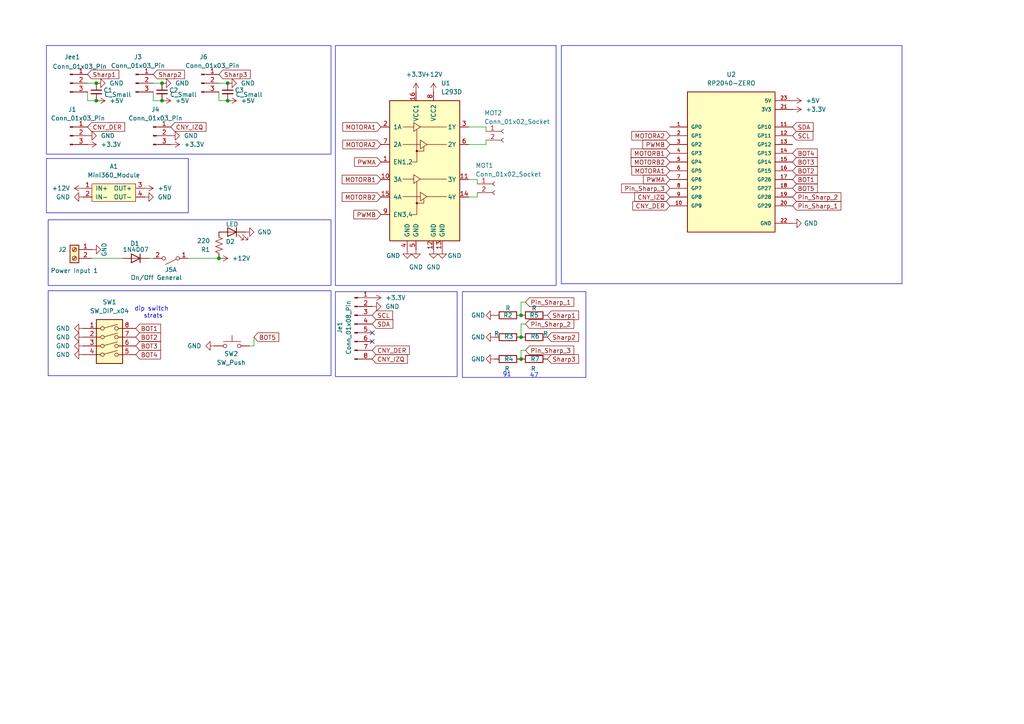
<source format=kicad_sch>
(kicad_sch (version 20250114) (generator "eeschema") (generator_version "9.0")
  (paper "A4")
  (lib_symbols
    (symbol "Charleslabs_Parts:Mini360_Module" (pin_names (offset 1.016))
      (property "Reference" "A" (at -6.35 3.81 0))
      (property "Value" "Mini360_Module" (at 5.08 3.81 0))
      (symbol "Mini360_Module_0_1"
        (rectangle (start -6.35 2.54) (end 6.35 -2.54) (fill (type background)))
      )
      (symbol "Mini360_Module_1_1"
        (pin power_in line (at -8.89 1.27 0) (length 2.54) (name "IN+") (number "1"))
        (pin power_in line (at -8.89 -1.27 0) (length 2.54) (name "IN-") (number "2"))
        (pin power_out line (at 8.89 1.27 180) (length 2.54) (name "OUT+") (number "3"))
        (pin power_in line (at 8.89 -1.27 180) (length 2.54) (name "OUT-") (number "4"))
      )
    )
    (symbol "Connector:Conn_01x02_Socket" (pin_names (offset 1.016) (hide yes))
      (property "Reference" "J" (at 0 2.54 0))
      (property "Value" "Conn_01x02_Socket" (at 0 -5.08 0))
      (symbol "Conn_01x02_Socket_1_1"
        (polyline (pts (xy -1.27 0) (xy -0.508 0)) (stroke (width 0.1524)))
        (polyline (pts (xy -1.27 -2.54) (xy -0.508 -2.54)) (stroke (width 0.1524)))
        (arc (start 0 -0.508) (mid -0.5058 0) (end 0 0.508) (stroke (width 0.1524)))
        (arc (start 0 -3.048) (mid -0.5058 -2.54) (end 0 -2.032) (stroke (width 0.1524)))
        (pin passive line (at -5.08 0 0) (length 3.81) (name "Pin_1") (number "1"))
        (pin passive line (at -5.08 -2.54 0) (length 3.81) (name "Pin_2") (number "2"))
      )
    )
    (symbol "Connector:Conn_01x03_Pin" (pin_names (offset 1.016) (hide yes))
      (property "Reference" "J" (at 0 5.08 0))
      (property "Value" "Conn_01x03_Pin" (at 0 -5.08 0))
      (symbol "Conn_01x03_Pin_1_1"
        (rectangle (start 0.8636 2.667) (end 0 2.413) (stroke (width 0.1524)) (fill (type outline)))
        (rectangle (start 0.8636 0.127) (end 0 -0.127) (stroke (width 0.1524)) (fill (type outline)))
        (rectangle (start 0.8636 -2.413) (end 0 -2.667) (stroke (width 0.1524)) (fill (type outline)))
        (polyline (pts (xy 1.27 2.54) (xy 0.8636 2.54)) (stroke (width 0.1524)))
        (polyline (pts (xy 1.27 0) (xy 0.8636 0)) (stroke (width 0.1524)))
        (polyline (pts (xy 1.27 -2.54) (xy 0.8636 -2.54)) (stroke (width 0.1524)))
        (pin passive line (at 5.08 2.54 180) (length 3.81) (name "Pin_1") (number "1"))
        (pin passive line (at 5.08 0 180) (length 3.81) (name "Pin_2") (number "2"))
        (pin passive line (at 5.08 -2.54 180) (length 3.81) (name "Pin_3") (number "3"))
      )
    )
    (symbol "Connector:Conn_01x08_Pin" (pin_names (offset 1.016) (hide yes))
      (property "Reference" "J" (at 0 10.16 0))
      (property "Value" "Conn_01x08_Pin" (at 0 -12.7 0))
      (symbol "Conn_01x08_Pin_1_1"
        (rectangle (start 0.8636 7.747) (end 0 7.493) (stroke (width 0.1524)) (fill (type outline)))
        (rectangle (start 0.8636 5.207) (end 0 4.953) (stroke (width 0.1524)) (fill (type outline)))
        (rectangle (start 0.8636 2.667) (end 0 2.413) (stroke (width 0.1524)) (fill (type outline)))
        (rectangle (start 0.8636 0.127) (end 0 -0.127) (stroke (width 0.1524)) (fill (type outline)))
        (rectangle (start 0.8636 -2.413) (end 0 -2.667) (stroke (width 0.1524)) (fill (type outline)))
        (rectangle (start 0.8636 -4.953) (end 0 -5.207) (stroke (width 0.1524)) (fill (type outline)))
        (rectangle (start 0.8636 -7.493) (end 0 -7.747) (stroke (width 0.1524)) (fill (type outline)))
        (rectangle (start 0.8636 -10.033) (end 0 -10.287) (stroke (width 0.1524)) (fill (type outline)))
        (polyline (pts (xy 1.27 7.62) (xy 0.8636 7.62)) (stroke (width 0.1524)))
        (polyline (pts (xy 1.27 5.08) (xy 0.8636 5.08)) (stroke (width 0.1524)))
        (polyline (pts (xy 1.27 2.54) (xy 0.8636 2.54)) (stroke (width 0.1524)))
        (polyline (pts (xy 1.27 0) (xy 0.8636 0)) (stroke (width 0.1524)))
        (polyline (pts (xy 1.27 -2.54) (xy 0.8636 -2.54)) (stroke (width 0.1524)))
        (polyline (pts (xy 1.27 -5.08) (xy 0.8636 -5.08)) (stroke (width 0.1524)))
        (polyline (pts (xy 1.27 -7.62) (xy 0.8636 -7.62)) (stroke (width 0.1524)))
        (polyline (pts (xy 1.27 -10.16) (xy 0.8636 -10.16)) (stroke (width 0.1524)))
        (pin passive line (at 5.08 7.62 180) (length 3.81) (name "Pin_1") (number "1"))
        (pin passive line (at 5.08 5.08 180) (length 3.81) (name "Pin_2") (number "2"))
        (pin passive line (at 5.08 2.54 180) (length 3.81) (name "Pin_3") (number "3"))
        (pin passive line (at 5.08 0 180) (length 3.81) (name "Pin_4") (number "4"))
        (pin passive line (at 5.08 -2.54 180) (length 3.81) (name "Pin_5") (number "5"))
        (pin passive line (at 5.08 -5.08 180) (length 3.81) (name "Pin_6") (number "6"))
        (pin passive line (at 5.08 -7.62 180) (length 3.81) (name "Pin_7") (number "7"))
        (pin passive line (at 5.08 -10.16 180) (length 3.81) (name "Pin_8") (number "8"))
      )
    )
    (symbol "Connector:Screw_Terminal_01x02" (pin_names (offset 1.016) (hide yes))
      (property "Reference" "J" (at 0 2.54 0))
      (property "Value" "Screw_Terminal_01x02" (at 0 -5.08 0))
      (symbol "Screw_Terminal_01x02_1_1"
        (rectangle (start -1.27 1.27) (end 1.27 -3.81) (stroke (width 0.254)) (fill (type background)))
        (polyline (pts (xy -0.5334 0.3302) (xy 0.3302 -0.508)) (stroke (width 0.1524)))
        (polyline (pts (xy -0.5334 -2.2098) (xy 0.3302 -3.048)) (stroke (width 0.1524)))
        (polyline (pts (xy -0.3556 0.508) (xy 0.508 -0.3302)) (stroke (width 0.1524)))
        (polyline (pts (xy -0.3556 -2.032) (xy 0.508 -2.8702)) (stroke (width 0.1524)))
        (circle (center 0 0) (radius 0.635) (stroke (width 0.1524)))
        (circle (center 0 -2.54) (radius 0.635) (stroke (width 0.1524)))
        (pin passive line (at -5.08 0 0) (length 3.81) (name "Pin_1") (number "1"))
        (pin passive line (at -5.08 -2.54 0) (length 3.81) (name "Pin_2") (number "2"))
      )
    )
    (symbol "Device:C_Small" (pin_numbers (hide yes)) (pin_names (offset 0.254) (hide yes))
      (property "Reference" "C" (at 0.254 1.778 0))
      (property "Value" "C_Small" (at 0.254 -2.032 0))
      (symbol "C_Small_0_1"
        (polyline (pts (xy -1.524 0.508) (xy 1.524 0.508)) (stroke (width 0.3048)))
        (polyline (pts (xy -1.524 -0.508) (xy 1.524 -0.508)) (stroke (width 0.3302)))
      )
      (symbol "C_Small_1_1"
        (pin passive line (at 0 2.54 270) (length 2.032) (name "~") (number "1"))
        (pin passive line (at 0 -2.54 90) (length 2.032) (name "~") (number "2"))
      )
    )
    (symbol "Device:LED" (pin_numbers (hide yes)) (pin_names (offset 1.016) (hide yes))
      (property "Reference" "D" (at 0 2.54 0))
      (property "Value" "LED" (at 0 -2.54 0))
      (symbol "LED_0_1"
        (polyline (pts (xy -3.048 -0.762) (xy -4.572 -2.286) (xy -3.81 -2.286) (xy -4.572 -2.286) (xy -4.572 -1.524)))
        (polyline (pts (xy -1.778 -0.762) (xy -3.302 -2.286) (xy -2.54 -2.286) (xy -3.302 -2.286) (xy -3.302 -1.524)))
        (polyline (pts (xy -1.27 0) (xy 1.27 0)))
        (polyline (pts (xy -1.27 -1.27) (xy -1.27 1.27)) (stroke (width 0.254)))
        (polyline (pts (xy 1.27 -1.27) (xy 1.27 1.27) (xy -1.27 0) (xy 1.27 -1.27)) (stroke (width 0.254)))
      )
      (symbol "LED_1_1"
        (pin passive line (at -3.81 0 0) (length 2.54) (name "K") (number "1"))
        (pin passive line (at 3.81 0 180) (length 2.54) (name "A") (number "2"))
      )
    )
    (symbol "Device:R" (pin_numbers (hide yes)) (pin_names (offset 0))
      (property "Reference" "R" (at 2.032 0 90))
      (property "Value" "R" (at 0 0 90))
      (symbol "R_0_1"
        (rectangle (start -1.016 -2.54) (end 1.016 2.54) (stroke (width 0.254)))
      )
      (symbol "R_1_1"
        (pin passive line (at 0 3.81 270) (length 1.27) (name "~") (number "1"))
        (pin passive line (at 0 -3.81 90) (length 1.27) (name "~") (number "2"))
      )
    )
    (symbol "Device:R_US" (pin_numbers (hide yes)) (pin_names (offset 0))
      (property "Reference" "R" (at 2.54 0 90))
      (property "Value" "R_US" (at -2.54 0 90))
      (symbol "R_US_0_1"
        (polyline (pts (xy 0 2.286) (xy 0 2.54)))
        (polyline (pts (xy 0 2.286) (xy 1.016 1.905) (xy 0 1.524) (xy -1.016 1.143) (xy 0 0.762)))
        (polyline (pts (xy 0 0.762) (xy 1.016 0.381) (xy 0 0) (xy -1.016 -0.381) (xy 0 -0.762)))
        (polyline (pts (xy 0 -0.762) (xy 1.016 -1.143) (xy 0 -1.524) (xy -1.016 -1.905) (xy 0 -2.286)))
        (polyline (pts (xy 0 -2.286) (xy 0 -2.54)))
      )
      (symbol "R_US_1_1"
        (pin passive line (at 0 3.81 270) (length 1.27) (name "~") (number "1"))
        (pin passive line (at 0 -3.81 90) (length 1.27) (name "~") (number "2"))
      )
    )
    (symbol "Diode:1N4007" (pin_numbers (hide yes)) (pin_names (hide yes))
      (property "Reference" "D" (at 0 2.54 0))
      (property "Value" "1N4007" (at 0 -2.54 0))
      (symbol "1N4007_0_1"
        (polyline (pts (xy -1.27 1.27) (xy -1.27 -1.27)) (stroke (width 0.254)))
        (polyline (pts (xy 1.27 1.27) (xy 1.27 -1.27) (xy -1.27 0) (xy 1.27 1.27)) (stroke (width 0.254)))
        (polyline (pts (xy 1.27 0) (xy -1.27 0)))
      )
      (symbol "1N4007_1_1"
        (pin passive line (at -3.81 0 0) (length 2.54) (name "K") (number "1"))
        (pin passive line (at 3.81 0 180) (length 2.54) (name "A") (number "2"))
      )
    )
    (symbol "Driver_Motor:L293D" (pin_names (offset 1.016))
      (property "Reference" "U" (at -5.08 26.035 0))
      (property "Value" "L293D" (at -5.08 24.13 0))
      (symbol "L293D_0_1"
        (rectangle (start -10.16 22.86) (end 10.16 -17.78) (stroke (width 0.254)) (fill (type background)))
        (polyline (pts (xy -6.35 15.24) (xy -3.175 15.24)))
        (polyline (pts (xy -6.35 10.16) (xy -1.27 10.16)))
        (polyline (pts (xy -6.35 0.127) (xy -3.175 0.127)))
        (polyline (pts (xy -6.35 -4.953) (xy -1.27 -4.953)))
        (polyline (pts (xy -3.175 16.51) (xy -3.175 13.97) (xy -1.27 15.24) (xy -3.175 16.51)))
        (polyline (pts (xy -3.175 1.397) (xy -3.175 -1.143) (xy -1.27 0.127) (xy -3.175 1.397)))
        (polyline (pts (xy -2.286 14.478) (xy -2.286 5.08) (xy -3.556 5.08)))
        (circle (center -2.286 8.255) (radius 0.254) (fill (type outline)))
        (polyline (pts (xy -2.286 8.255) (xy -0.254 8.255) (xy -0.254 9.525)))
        (polyline (pts (xy -2.286 -0.635) (xy -2.286 -10.16) (xy -3.556 -10.16)))
        (circle (center -2.286 -6.858) (radius 0.254) (fill (type outline)))
        (polyline (pts (xy -2.286 -6.858) (xy -0.254 -6.858) (xy -0.254 -5.588)))
        (polyline (pts (xy -1.27 15.24) (xy 6.35 15.24)))
        (polyline (pts (xy -1.27 11.43) (xy -1.27 8.89) (xy 0.635 10.16) (xy -1.27 11.43)))
        (polyline (pts (xy -1.27 0.127) (xy 6.35 0.127)))
        (polyline (pts (xy -1.27 -3.683) (xy -1.27 -6.223) (xy 0.635 -4.953) (xy -1.27 -3.683)))
        (polyline (pts (xy 0.635 10.16) (xy 6.35 10.16)))
        (polyline (pts (xy 0.635 -4.953) (xy 6.35 -4.953)))
      )
      (symbol "L293D_1_1"
        (pin input line (at -12.7 15.24 0) (length 2.54) (name "1A") (number "2"))
        (pin input line (at -12.7 10.16 0) (length 2.54) (name "2A") (number "7"))
        (pin input line (at -12.7 5.08 0) (length 2.54) (name "EN1,2") (number "1"))
        (pin input line (at -12.7 0 0) (length 2.54) (name "3A") (number "10"))
        (pin input line (at -12.7 -5.08 0) (length 2.54) (name "4A") (number "15"))
        (pin input line (at -12.7 -10.16 0) (length 2.54) (name "EN3,4") (number "9"))
        (pin power_in line (at -5.08 -20.32 90) (length 2.54) (name "GND") (number "4"))
        (pin power_in line (at -2.54 25.4 270) (length 2.54) (name "VCC1") (number "16"))
        (pin power_in line (at -2.54 -20.32 90) (length 2.54) (name "GND") (number "5"))
        (pin power_in line (at 2.54 25.4 270) (length 2.54) (name "VCC2") (number "8"))
        (pin power_in line (at 2.54 -20.32 90) (length 2.54) (name "GND") (number "12"))
        (pin power_in line (at 5.08 -20.32 90) (length 2.54) (name "GND") (number "13"))
        (pin output line (at 12.7 15.24 180) (length 2.54) (name "1Y") (number "3"))
        (pin output line (at 12.7 10.16 180) (length 2.54) (name "2Y") (number "6"))
        (pin output line (at 12.7 0 180) (length 2.54) (name "3Y") (number "11"))
        (pin output line (at 12.7 -5.08 180) (length 2.54) (name "4Y") (number "14"))
      )
    )
    (symbol "RP2040-ZERO:RP2040-ZERO" (pin_names (offset 1.016))
      (property "Reference" "U" (at -12.7 21.082 0))
      (property "Value" "RP2040-ZERO" (at -12.7 -22.86 0))
      (symbol "RP2040-ZERO_0_0"
        (rectangle (start -12.7 -20.32) (end 12.7 20.32) (stroke (width 0.254)) (fill (type background)))
        (pin bidirectional line (at -17.78 10.16 0) (length 5.08) (name "GP0") (number "1"))
        (pin bidirectional line (at -17.78 7.62 0) (length 5.08) (name "GP1") (number "2"))
        (pin bidirectional line (at -17.78 5.08 0) (length 5.08) (name "GP2") (number "3"))
        (pin bidirectional line (at -17.78 2.54 0) (length 5.08) (name "GP3") (number "4"))
        (pin bidirectional line (at -17.78 0 0) (length 5.08) (name "GP4") (number "5"))
        (pin bidirectional line (at -17.78 -2.54 0) (length 5.08) (name "GP5") (number "6"))
        (pin bidirectional line (at -17.78 -5.08 0) (length 5.08) (name "GP6") (number "7"))
        (pin bidirectional line (at -17.78 -7.62 0) (length 5.08) (name "GP7") (number "8"))
        (pin bidirectional line (at -17.78 -10.16 0) (length 5.08) (name "GP8") (number "9"))
        (pin bidirectional line (at -17.78 -12.7 0) (length 5.08) (name "GP9") (number "10"))
        (pin power_in line (at 17.78 17.78 180) (length 5.08) (name "5V") (number "23"))
        (pin power_in line (at 17.78 15.24 180) (length 5.08) (name "3V3") (number "21"))
        (pin bidirectional line (at 17.78 10.16 180) (length 5.08) (name "GP10") (number "11"))
        (pin bidirectional line (at 17.78 7.62 180) (length 5.08) (name "GP11") (number "12"))
        (pin bidirectional line (at 17.78 5.08 180) (length 5.08) (name "GP12") (number "13"))
        (pin bidirectional line (at 17.78 2.54 180) (length 5.08) (name "GP13") (number "14"))
        (pin bidirectional line (at 17.78 0 180) (length 5.08) (name "GP14") (number "15"))
        (pin bidirectional line (at 17.78 -2.54 180) (length 5.08) (name "GP15") (number "16"))
        (pin bidirectional line (at 17.78 -5.08 180) (length 5.08) (name "GP26") (number "17"))
        (pin bidirectional line (at 17.78 -7.62 180) (length 5.08) (name "GP27") (number "18"))
        (pin bidirectional line (at 17.78 -10.16 180) (length 5.08) (name "GP28") (number "19"))
        (pin bidirectional line (at 17.78 -12.7 180) (length 5.08) (name "GP29") (number "20"))
        (pin power_in line (at 17.78 -17.78 180) (length 5.08) (name "GND") (number "22"))
      )
    )
    (symbol "Switch:SW_DIP_x04" (pin_names (offset 0) (hide yes))
      (property "Reference" "SW" (at 0 8.89 0))
      (property "Value" "SW_DIP_x04" (at 0 -6.35 0))
      (symbol "SW_DIP_x04_0_0"
        (circle (center -2.032 5.08) (radius 0.508))
        (circle (center -2.032 2.54) (radius 0.508))
        (circle (center -2.032 0) (radius 0.508))
        (circle (center -2.032 -2.54) (radius 0.508))
        (polyline (pts (xy -1.524 5.207) (xy 2.3622 6.2484)))
        (polyline (pts (xy -1.524 2.667) (xy 2.3622 3.7084)))
        (polyline (pts (xy -1.524 0.127) (xy 2.3622 1.1684)))
        (polyline (pts (xy -1.524 -2.3876) (xy 2.3622 -1.3462)))
        (circle (center 2.032 5.08) (radius 0.508))
        (circle (center 2.032 2.54) (radius 0.508))
        (circle (center 2.032 0) (radius 0.508))
        (circle (center 2.032 -2.54) (radius 0.508))
      )
      (symbol "SW_DIP_x04_0_1"
        (rectangle (start -3.81 7.62) (end 3.81 -5.08) (stroke (width 0.254)) (fill (type background)))
      )
      (symbol "SW_DIP_x04_1_1"
        (pin passive line (at -7.62 5.08 0) (length 5.08) (name "~") (number "1"))
        (pin passive line (at -7.62 2.54 0) (length 5.08) (name "~") (number "2"))
        (pin passive line (at -7.62 0 0) (length 5.08) (name "~") (number "3"))
        (pin passive line (at -7.62 -2.54 0) (length 5.08) (name "~") (number "4"))
        (pin passive line (at 7.62 5.08 180) (length 5.08) (name "~") (number "8"))
        (pin passive line (at 7.62 2.54 180) (length 5.08) (name "~") (number "7"))
        (pin passive line (at 7.62 0 180) (length 5.08) (name "~") (number "6"))
        (pin passive line (at 7.62 -2.54 180) (length 5.08) (name "~") (number "5"))
      )
    )
    (symbol "Switch:SW_DPST_x2" (pin_names (offset 0) (hide yes))
      (property "Reference" "SW" (at 0 3.175 0))
      (property "Value" "SW_DPST_x2" (at 0 -2.54 0))
      (symbol "SW_DPST_x2_0_0"
        (circle (center -2.032 0) (radius 0.508))
        (polyline (pts (xy -1.524 0.254) (xy 1.524 1.778)))
        (circle (center 2.032 0) (radius 0.508))
      )
      (symbol "SW_DPST_x2_1_1"
        (pin passive line (at -5.08 0 0) (length 2.54) (name "A") (number "1"))
        (pin passive line (at 5.08 0 180) (length 2.54) (name "B") (number "2"))
      )
      (symbol "SW_DPST_x2_2_1"
        (pin passive line (at -5.08 0 0) (length 2.54) (name "A") (number "3"))
        (pin passive line (at 5.08 0 180) (length 2.54) (name "B") (number "4"))
      )
    )
    (symbol "Switch:SW_Push" (pin_numbers (hide yes)) (pin_names (offset 1.016) (hide yes))
      (property "Reference" "SW" (at 1.27 2.54 0))
      (property "Value" "SW_Push" (at 0 -1.524 0))
      (symbol "SW_Push_0_1"
        (circle (center -2.032 0) (radius 0.508))
        (polyline (pts (xy 0 1.27) (xy 0 3.048)))
        (circle (center 2.032 0) (radius 0.508))
        (polyline (pts (xy 2.54 1.27) (xy -2.54 1.27)))
        (pin passive line (at -5.08 0 0) (length 2.54) (name "1") (number "1"))
        (pin passive line (at 5.08 0 180) (length 2.54) (name "2") (number "2"))
      )
    )
    (symbol "power:+12V" (power) (pin_numbers (hide yes)) (pin_names (offset 0) (hide yes))
      (property "Value" "+12V" (at 0 3.556 0))
      (symbol "+12V_0_1"
        (polyline (pts (xy -0.762 1.27) (xy 0 2.54)))
        (polyline (pts (xy 0 2.54) (xy 0.762 1.27)))
        (polyline (pts (xy 0 0) (xy 0 2.54)))
      )
      (symbol "+12V_1_1"
        (pin power_in line (at 0 0 90) (length 0) (name "~") (number "1"))
      )
    )
    (symbol "power:+3.3V" (power) (pin_numbers (hide yes)) (pin_names (offset 0) (hide yes))
      (property "Value" "+3.3V" (at 0 3.556 0))
      (symbol "+3.3V_0_1"
        (polyline (pts (xy -0.762 1.27) (xy 0 2.54)))
        (polyline (pts (xy 0 2.54) (xy 0.762 1.27)))
        (polyline (pts (xy 0 0) (xy 0 2.54)))
      )
      (symbol "+3.3V_1_1"
        (pin power_in line (at 0 0 90) (length 0) (name "~") (number "1"))
      )
    )
    (symbol "power:+5V" (power) (pin_numbers (hide yes)) (pin_names (offset 0) (hide yes))
      (property "Value" "+5V" (at 0 3.556 0))
      (symbol "+5V_0_1"
        (polyline (pts (xy -0.762 1.27) (xy 0 2.54)))
        (polyline (pts (xy 0 2.54) (xy 0.762 1.27)))
        (polyline (pts (xy 0 0) (xy 0 2.54)))
      )
      (symbol "+5V_1_1"
        (pin power_in line (at 0 0 90) (length 0) (name "~") (number "1"))
      )
    )
    (symbol "power:GND" (power) (pin_numbers (hide yes)) (pin_names (offset 0) (hide yes))
      (property "Value" "GND" (at 0 -3.81 0))
      (symbol "GND_0_1"
        (polyline (pts (xy 0 0) (xy 0 -1.27) (xy 1.27 -1.27) (xy 0 -2.54) (xy -1.27 -1.27) (xy 0 -1.27)))
      )
      (symbol "GND_1_1"
        (pin power_in line (at 0 0 270) (length 0) (name "~") (number "1"))
      )
    )
  )
  (rectangle (start 13.97 63.754) (end 96.012 82.804))
  (rectangle (start 162.814 13.208) (end 261.62 82.296))
  (rectangle (start 97.282 84.582) (end 132.588 109.22))
  (rectangle (start 97.282 13.208) (end 161.29 82.804))
  (rectangle (start 13.462 45.974) (end 54.61 61.722))
  (rectangle (start 13.462 13.208) (end 96.012 44.704))
  (rectangle (start 134.112 84.582) (end 169.926 109.474))
  (rectangle (start 13.97 84.328) (end 96.012 108.966))
  (text "47" (at 154.94 108.966 0) (effects (font (size 1.27 1.27))))
  (text "dip switch \nstrats\n" (at 44.45 90.678 0) (effects (font (size 1.27 1.27))))
  (text "91\n" (at 147.066 108.712 0) (effects (font (size 1.27 1.27))))
  (junction (at 66.04 24.13))
  (junction (at 63.5 74.93))
  (junction (at 151.13 91.44))
  (junction (at 27.94 29.21))
  (junction (at 27.94 24.13))
  (junction (at 151.13 97.79))
  (junction (at 46.99 29.21))
  (junction (at 66.04 29.21))
  (junction (at 151.13 104.14))
  (junction (at 46.99 24.13))
  (no_connect (at 107.95 96.52))
  (no_connect (at 107.95 99.06))
  (wire (pts (xy 63.5 29.21) (xy 66.04 29.21)))
  (wire (pts (xy 44.45 26.67) (xy 44.45 29.21)))
  (wire (pts (xy 135.89 52.07) (xy 138.43 52.07)))
  (wire (pts (xy 152.4 93.98) (xy 151.13 93.98)))
  (wire (pts (xy 140.97 36.83) (xy 140.97 38.1)))
  (wire (pts (xy 135.89 36.83) (xy 140.97 36.83)))
  (wire (pts (xy 152.4 87.63) (xy 151.13 87.63)))
  (wire (pts (xy 73.66 97.79) (xy 73.66 100.33)))
  (wire (pts (xy 44.45 74.93) (xy 43.18 74.93)))
  (wire (pts (xy 63.5 74.93) (xy 54.61 74.93)))
  (wire (pts (xy 135.89 41.91) (xy 140.97 41.91)))
  (wire (pts (xy 151.13 101.6) (xy 151.13 104.14)))
  (wire (pts (xy 63.5 24.13) (xy 66.04 24.13)))
  (wire (pts (xy 151.13 93.98) (xy 151.13 97.79)))
  (wire (pts (xy 44.45 29.21) (xy 46.99 29.21)))
  (wire (pts (xy 151.13 87.63) (xy 151.13 91.44)))
  (wire (pts (xy 25.4 29.21) (xy 27.94 29.21)))
  (wire (pts (xy 25.4 26.67) (xy 25.4 29.21)))
  (wire (pts (xy 152.4 101.6) (xy 151.13 101.6)))
  (wire (pts (xy 140.97 40.64) (xy 140.97 41.91)))
  (wire (pts (xy 63.5 26.67) (xy 63.5 29.21)))
  (wire (pts (xy 73.66 100.33) (xy 72.39 100.33)))
  (wire (pts (xy 44.45 24.13) (xy 46.99 24.13)))
  (wire (pts (xy 138.43 57.15) (xy 138.43 55.88)))
  (wire (pts (xy 135.89 57.15) (xy 138.43 57.15)))
  (wire (pts (xy 138.43 52.07) (xy 138.43 53.34)))
  (wire (pts (xy 25.4 24.13) (xy 27.94 24.13)))
  (wire (pts (xy 26.67 74.93) (xy 35.56 74.93)))
  (global_label "MOTORB2" (shape input) (at 194.31 46.99 180) (property "Intersheetrefs" "${INTERSHEET_REFS}" (effects (hide yes))))
  (global_label "PWMA" (shape input) (at 110.49 46.99 180) (property "Intersheetrefs" "${INTERSHEET_REFS}" (effects (hide yes))))
  (global_label "CNY_IZQ" (shape input) (at 107.95 104.14 0) (property "Intersheetrefs" "${INTERSHEET_REFS}" (effects (hide yes))))
  (global_label "Pin_Sharp_1" (shape input) (at 152.4 87.63 0) (property "Intersheetrefs" "${INTERSHEET_REFS}" (effects (hide yes))))
  (global_label "Pin_Sharp_1" (shape input) (at 229.87 59.69 0) (property "Intersheetrefs" "${INTERSHEET_REFS}" (effects (hide yes))))
  (global_label "CNY_DER" (shape input) (at 194.31 59.69 180) (property "Intersheetrefs" "${INTERSHEET_REFS}" (effects (hide yes))))
  (global_label "MOTORB2" (shape input) (at 110.49 57.15 180) (property "Intersheetrefs" "${INTERSHEET_REFS}" (effects (hide yes))))
  (global_label "SDA" (shape input) (at 107.95 93.98 0) (property "Intersheetrefs" "${INTERSHEET_REFS}" (effects (hide yes))))
  (global_label "MOTORB1" (shape input) (at 110.49 52.07 180) (property "Intersheetrefs" "${INTERSHEET_REFS}" (effects (hide yes))))
  (global_label "BOT1" (shape input) (at 39.37 95.25 0) (property "Intersheetrefs" "${INTERSHEET_REFS}" (effects (hide yes))))
  (global_label "Sharp1" (shape input) (at 158.75 91.44 0) (property "Intersheetrefs" "${INTERSHEET_REFS}" (effects (hide yes))))
  (global_label "Pin_Sharp_2" (shape input) (at 152.4 93.98 0) (property "Intersheetrefs" "${INTERSHEET_REFS}" (effects (hide yes))))
  (global_label "Pin_Sharp_3" (shape input) (at 152.4 101.6 0) (property "Intersheetrefs" "${INTERSHEET_REFS}" (effects (hide yes))))
  (global_label "Sharp1" (shape input) (at 25.4 21.59 0) (property "Intersheetrefs" "${INTERSHEET_REFS}" (effects (hide yes))))
  (global_label "MOTORA2" (shape input) (at 194.31 39.37 180) (property "Intersheetrefs" "${INTERSHEET_REFS}" (effects (hide yes))))
  (global_label "MOTORB1" (shape input) (at 194.31 44.45 180) (property "Intersheetrefs" "${INTERSHEET_REFS}" (effects (hide yes))))
  (global_label "BOT2" (shape input) (at 229.87 49.53 0) (property "Intersheetrefs" "${INTERSHEET_REFS}" (effects (hide yes))))
  (global_label "Sharp3" (shape input) (at 158.75 104.14 0) (property "Intersheetrefs" "${INTERSHEET_REFS}" (effects (hide yes))))
  (global_label "SCL" (shape input) (at 107.95 91.44 0) (property "Intersheetrefs" "${INTERSHEET_REFS}" (effects (hide yes))))
  (global_label "BOT5" (shape input) (at 229.87 54.61 0) (property "Intersheetrefs" "${INTERSHEET_REFS}" (effects (hide yes))))
  (global_label "Sharp2" (shape input) (at 44.45 21.59 0) (property "Intersheetrefs" "${INTERSHEET_REFS}" (effects (hide yes))))
  (global_label "Pin_Sharp_3" (shape input) (at 194.31 54.61 180) (property "Intersheetrefs" "${INTERSHEET_REFS}" (effects (hide yes))))
  (global_label "BOT1" (shape input) (at 229.87 52.07 0) (property "Intersheetrefs" "${INTERSHEET_REFS}" (effects (hide yes))))
  (global_label "CNY_DER" (shape input) (at 107.95 101.6 0) (property "Intersheetrefs" "${INTERSHEET_REFS}" (effects (hide yes))))
  (global_label "Sharp2" (shape input) (at 158.75 97.79 0) (property "Intersheetrefs" "${INTERSHEET_REFS}" (effects (hide yes))))
  (global_label "BOT3" (shape input) (at 229.87 46.99 0) (property "Intersheetrefs" "${INTERSHEET_REFS}" (effects (hide yes))))
  (global_label "BOT5" (shape input) (at 73.66 97.79 0) (property "Intersheetrefs" "${INTERSHEET_REFS}" (effects (hide yes))))
  (global_label "MOTORA2" (shape input) (at 110.49 41.91 180) (property "Intersheetrefs" "${INTERSHEET_REFS}" (effects (hide yes))))
  (global_label "SCL" (shape input) (at 229.87 39.37 0) (property "Intersheetrefs" "${INTERSHEET_REFS}" (effects (hide yes))))
  (global_label "CNY_DER" (shape input) (at 25.4 36.83 0) (property "Intersheetrefs" "${INTERSHEET_REFS}" (effects (hide yes))))
  (global_label "MOTORA1" (shape input) (at 110.49 36.83 180) (property "Intersheetrefs" "${INTERSHEET_REFS}" (effects (hide yes))))
  (global_label "PWMB" (shape input) (at 110.49 62.23 180) (property "Intersheetrefs" "${INTERSHEET_REFS}" (effects (hide yes))))
  (global_label "CNY_IZQ" (shape input) (at 49.53 36.83 0) (property "Intersheetrefs" "${INTERSHEET_REFS}" (effects (hide yes))))
  (global_label "PWMB" (shape input) (at 194.31 41.91 180) (property "Intersheetrefs" "${INTERSHEET_REFS}" (effects (hide yes))))
  (global_label "Sharp3" (shape input) (at 63.5 21.59 0) (property "Intersheetrefs" "${INTERSHEET_REFS}" (effects (hide yes))))
  (global_label "BOT4" (shape input) (at 39.37 102.87 0) (property "Intersheetrefs" "${INTERSHEET_REFS}" (effects (hide yes))))
  (global_label "BOT2" (shape input) (at 39.37 97.79 0) (property "Intersheetrefs" "${INTERSHEET_REFS}" (effects (hide yes))))
  (global_label "BOT3" (shape input) (at 39.37 100.33 0) (property "Intersheetrefs" "${INTERSHEET_REFS}" (effects (hide yes))))
  (global_label "PWMA" (shape input) (at 194.31 52.07 180) (property "Intersheetrefs" "${INTERSHEET_REFS}" (effects (hide yes))))
  (global_label "MOTORA1" (shape input) (at 194.31 49.53 180) (property "Intersheetrefs" "${INTERSHEET_REFS}" (effects (hide yes))))
  (global_label "CNY_IZQ" (shape input) (at 194.31 57.15 180) (property "Intersheetrefs" "${INTERSHEET_REFS}" (effects (hide yes))))
  (global_label "SDA" (shape input) (at 229.87 36.83 0) (property "Intersheetrefs" "${INTERSHEET_REFS}" (effects (hide yes))))
  (global_label "BOT4" (shape input) (at 229.87 44.45 0) (property "Intersheetrefs" "${INTERSHEET_REFS}" (effects (hide yes))))
  (global_label "Pin_Sharp_2" (shape input) (at 229.87 57.15 0) (property "Intersheetrefs" "${INTERSHEET_REFS}" (effects (hide yes))))
  (symbol (lib_id "Connector:Conn_01x02_Socket") (at 143.51 53.34 0) (unit 1)
    (property "Reference" "MOT1" (at 137.922 48.006 0) (effects (justify left)))
    (property "Value" "Conn_01x02_Socket" (at 137.922 50.546 0) (effects (justify left)))
    (property "Footprint" "Connector_Molex:Molex_KK-254_AE-6410-02A_1x02_P2.54mm_Vertical" (effects (hide yes)))
    (property "Description" "Generic connector, single row, 01x02, script generated" (effects (hide yes)))
  )
  (symbol (lib_id "power:GND") (at 107.95 88.9 90) (unit 1)
    (property "Reference" "#PWR024" (effects (hide yes)))
    (property "Value" "GND" (at 111.76 88.8999 90) (effects (justify right)))
    (property "Description" "Power symbol creates a global label with name \"GND\" , ground" (effects (hide yes)))
  )
  (symbol (lib_id "Connector:Conn_01x03_Pin") (at 39.37 24.13 0) (unit 1)
    (property "Reference" "J3" (at 40.005 16.51 0))
    (property "Value" "Conn_01x03_Pin" (at 40.005 19.05 0))
    (property "Footprint" "Connector_Molex:Molex_KK-254_AE-6410-03A_1x03_P2.54mm_Vertical" (effects (hide yes)))
    (property "Description" "Generic connector, single row, 01x03, script generated" (effects (hide yes)))
  )
  (symbol (lib_id "Connector:Conn_01x08_Pin") (at 102.87 93.98 0) (unit 1)
    (property "Reference" "Je1" (at 98.552 94.996 90))
    (property "Value" "Conn_01x08_Pin" (at 101.092 94.996 90))
    (property "Footprint" "Connector_PinHeader_2.54mm:PinHeader_1x08_P2.54mm_Vertical" (effects (hide yes)))
    (property "Description" "Generic connector, single row, 01x08, script generated" (effects (hide yes)))
  )
  (symbol (lib_id "power:GND") (at 143.51 104.14 270) (unit 1)
    (property "Reference" "#PWR033" (effects (hide yes)))
    (property "Value" "GND" (at 140.716 104.14 90) (effects (justify right)))
    (property "Description" "Power symbol creates a global label with name \"GND\" , ground" (effects (hide yes)))
  )
  (symbol (lib_id "power:GND") (at 41.91 57.15 90) (unit 1)
    (property "Reference" "#PWR013" (effects (hide yes)))
    (property "Value" "GND" (at 45.72 57.1499 90) (effects (justify right)))
    (property "Description" "Power symbol creates a global label with name \"GND\" , ground" (effects (hide yes)))
  )
  (symbol (lib_id "Connector:Conn_01x03_Pin") (at 58.42 24.13 0) (unit 1)
    (property "Reference" "J6" (at 59.055 16.51 0))
    (property "Value" "Conn_01x03_Pin" (at 61.595 19.05 0))
    (property "Footprint" "Connector_Molex:Molex_KK-254_AE-6410-03A_1x03_P2.54mm_Vertical" (effects (hide yes)))
    (property "Description" "Generic connector, single row, 01x03, script generated" (effects (hide yes)))
  )
  (symbol (lib_id "power:GND") (at 24.13 102.87 270) (unit 1)
    (property "Reference" "#PWR06" (effects (hide yes)))
    (property "Value" "GND" (at 20.32 102.8699 90) (effects (justify right)))
    (property "Description" "Power symbol creates a global label with name \"GND\" , ground" (effects (hide yes)))
  )
  (symbol (lib_id "power:GND") (at 26.67 72.39 90) (unit 1)
    (property "Reference" "#PWR09" (effects (hide yes)))
    (property "Value" "GND" (at 30.226 72.39 0))
    (property "Description" "Power symbol creates a global label with name \"GND\" , ground" (effects (hide yes)))
  )
  (symbol (lib_id "power:GND") (at 120.65 72.39 0) (unit 1)
    (property "Reference" "#PWR027" (effects (hide yes)))
    (property "Value" "GND" (at 120.65 77.47 0))
    (property "Description" "Power symbol creates a global label with name \"GND\" , ground" (effects (hide yes)))
  )
  (symbol (lib_id "power:GND") (at 24.13 97.79 270) (unit 1)
    (property "Reference" "#PWR04" (effects (hide yes)))
    (property "Value" "GND" (at 20.32 97.7899 90) (effects (justify right)))
    (property "Description" "Power symbol creates a global label with name \"GND\" , ground" (effects (hide yes)))
  )
  (symbol (lib_id "Diode:1N4007") (at 39.37 74.93 180) (unit 1)
    (property "Reference" "D1" (at 39.116 70.612 0))
    (property "Value" "1N4007" (at 39.37 72.39 0))
    (property "Footprint" "Diode_THT:D_DO-41_SOD81_P10.16mm_Horizontal" (effects (hide yes)))
    (property "Datasheet" "http://www.vishay.com/docs/88503/1n4001.pdf" (effects (hide yes)))
    (property "Description" "1000V 1A General Purpose Rectifier Diode, DO-41" (effects (hide yes)))
    (property "Sim.Device" "D" (effects (hide yes)))
    (property "Sim.Pins" "1=K 2=A" (effects (hide yes)))
  )
  (symbol (lib_id "power:GND") (at 24.13 100.33 270) (unit 1)
    (property "Reference" "#PWR05" (effects (hide yes)))
    (property "Value" "GND" (at 20.32 100.3299 90) (effects (justify right)))
    (property "Description" "Power symbol creates a global label with name \"GND\" , ground" (effects (hide yes)))
  )
  (symbol (lib_id "Switch:SW_Push") (at 67.31 100.33 0) (unit 1)
    (property "Reference" "SW2" (at 67.056 102.616 0))
    (property "Value" "SW_Push" (at 67.056 105.156 0))
    (property "Footprint" "Button_Switch_THT:SW_PUSH_6mm" (effects (hide yes)))
    (property "Description" "Push button switch, generic, two pins" (effects (hide yes)))
  )
  (symbol (lib_id "power:+5V") (at 229.87 29.21 270) (unit 1)
    (property "Reference" "#PWR034" (effects (hide yes)))
    (property "Value" "+5V" (at 233.68 29.2099 90) (effects (justify left)))
    (property "Description" "Power symbol creates a global label with name \"+5V\"" (effects (hide yes)))
  )
  (symbol (lib_id "Device:R") (at 154.94 91.44 90) (unit 1)
    (property "Reference" "R5" (at 154.94 91.44 90))
    (property "Value" "R" (at 154.94 89.408 90))
    (property "Footprint" "Resistor_SMD:R_1206_3216Metric_Pad1.30x1.75mm_HandSolder" (effects (hide yes)))
    (property "Description" "Resistor" (effects (hide yes)))
  )
  (symbol (lib_id "Device:R") (at 154.94 104.14 90) (unit 1)
    (property "Reference" "R7" (at 155.194 104.14 90))
    (property "Value" "R" (at 154.686 106.934 90))
    (property "Footprint" "Resistor_SMD:R_1206_3216Metric_Pad1.30x1.75mm_HandSolder" (effects (hide yes)))
    (property "Description" "Resistor" (effects (hide yes)))
  )
  (symbol (lib_id "power:GND") (at 118.11 72.39 0) (unit 1)
    (property "Reference" "#PWR025" (effects (hide yes)))
    (property "Value" "GND" (at 114.046 74.168 0))
    (property "Description" "Power symbol creates a global label with name \"GND\" , ground" (effects (hide yes)))
  )
  (symbol (lib_id "Device:R") (at 147.32 104.14 90) (unit 1)
    (property "Reference" "R4" (at 147.574 104.14 90))
    (property "Value" "R" (at 147.066 106.934 90))
    (property "Footprint" "Resistor_SMD:R_1206_3216Metric_Pad1.30x1.75mm_HandSolder" (effects (hide yes)))
    (property "Description" "Resistor" (effects (hide yes)))
  )
  (symbol (lib_id "power:GND") (at 62.23 100.33 270) (unit 1)
    (property "Reference" "#PWR018" (effects (hide yes)))
    (property "Value" "GND" (at 58.42 100.3299 90) (effects (justify right)))
    (property "Description" "Power symbol creates a global label with name \"GND\" , ground" (effects (hide yes)))
  )
  (symbol (lib_id "power:+5V") (at 27.94 29.21 270) (unit 1)
    (property "Reference" "#PWR011" (effects (hide yes)))
    (property "Value" "+5V" (at 31.75 29.2099 90) (effects (justify left)))
    (property "Description" "Power symbol creates a global label with name \"+5V\"" (effects (hide yes)))
  )
  (symbol (lib_id "Connector:Conn_01x02_Socket") (at 146.05 38.1 0) (unit 1)
    (property "Reference" "MOT2" (at 140.462 32.766 0) (effects (justify left)))
    (property "Value" "Conn_01x02_Socket" (at 140.462 35.306 0) (effects (justify left)))
    (property "Footprint" "Connector_Molex:Molex_KK-254_AE-6410-02A_1x02_P2.54mm_Vertical" (effects (hide yes)))
    (property "Description" "Generic connector, single row, 01x02, script generated" (effects (hide yes)))
  )
  (symbol (lib_id "power:+5V") (at 66.04 29.21 270) (unit 1)
    (property "Reference" "#PWR021" (effects (hide yes)))
    (property "Value" "+5V" (at 69.85 29.2099 90) (effects (justify left)))
    (property "Description" "Power symbol creates a global label with name \"+5V\"" (effects (hide yes)))
  )
  (symbol (lib_id "Device:R") (at 147.32 91.44 90) (unit 1)
    (property "Reference" "R2" (at 147.32 91.44 90))
    (property "Value" "R" (at 147.32 89.408 90))
    (property "Footprint" "Resistor_SMD:R_1206_3216Metric_Pad1.30x1.75mm_HandSolder" (effects (hide yes)))
    (property "Description" "Resistor" (effects (hide yes)))
  )
  (symbol (lib_id "power:+5V") (at 46.99 29.21 270) (unit 1)
    (property "Reference" "#PWR015" (effects (hide yes)))
    (property "Value" "+5V" (at 50.8 29.2099 90) (effects (justify left)))
    (property "Description" "Power symbol creates a global label with name \"+5V\"" (effects (hide yes)))
  )
  (symbol (lib_id "power:+12V") (at 125.73 26.67 0) (unit 1)
    (property "Reference" "#PWR028" (effects (hide yes)))
    (property "Value" "+12V" (at 125.73 21.59 0))
    (property "Description" "Power symbol creates a global label with name \"+12V\"" (effects (hide yes)))
  )
  (symbol (lib_id "power:GND") (at 128.27 72.39 0) (unit 1)
    (property "Reference" "#PWR030" (effects (hide yes)))
    (property "Value" "GND" (at 131.826 74.168 0))
    (property "Description" "Power symbol creates a global label with name \"GND\" , ground" (effects (hide yes)))
  )
  (symbol (lib_id "Charleslabs_Parts:Mini360_Module") (at 33.02 55.88 0) (unit 1)
    (property "Reference" "A1" (at 33.02 48.26 0))
    (property "Value" "Mini360_Module" (at 33.02 50.8 0))
    (property "Footprint" "Charleslabs_Parts:Mini360_Module" (effects (hide yes)))
  )
  (symbol (lib_id "power:GND") (at 24.13 57.15 270) (unit 1)
    (property "Reference" "#PWR02" (effects (hide yes)))
    (property "Value" "GND" (at 20.32 57.1499 90) (effects (justify right)))
    (property "Description" "Power symbol creates a global label with name \"GND\" , ground" (effects (hide yes)))
  )
  (symbol (lib_id "Device:LED") (at 67.31 67.31 0) (mirror y) (unit 1)
    (property "Reference" "D2" (at 66.802 70.104 0))
    (property "Value" "LED" (at 67.31 65.024 0))
    (property "Footprint" "LED_THT:LED_D3.0mm_FlatTop" (effects (hide yes)))
    (property "Description" "Light emitting diode" (effects (hide yes)))
  )
  (symbol (lib_id "Device:C_Small") (at 66.04 26.67 0) (unit 1)
    (property "Reference" "C3" (at 68.072 26.162 0) (effects (justify left)))
    (property "Value" "C_Small" (at 68.326 27.432 0) (effects (justify left)))
    (property "Footprint" "Capacitor_THT:C_Disc_D5.0mm_W2.5mm_P5.00mm" (effects (hide yes)))
    (property "Description" "Unpolarized capacitor, small symbol" (effects (hide yes)))
  )
  (symbol (lib_id "Connector:Conn_01x03_Pin") (at 20.32 39.37 0) (unit 1)
    (property "Reference" "J1" (at 20.955 31.75 0))
    (property "Value" "Conn_01x03_Pin" (at 22.606 34.29 0))
    (property "Footprint" "Connector_PinHeader_2.54mm:PinHeader_1x03_P2.54mm_Vertical" (effects (hide yes)))
    (property "Description" "Generic connector, single row, 01x03, script generated" (effects (hide yes)))
  )
  (symbol (lib_id "Device:C_Small") (at 46.99 26.67 0) (unit 1)
    (property "Reference" "C2" (at 49.022 26.162 0) (effects (justify left)))
    (property "Value" "C_Small" (at 49.276 27.432 0) (effects (justify left)))
    (property "Footprint" "Capacitor_THT:C_Disc_D5.0mm_W2.5mm_P5.00mm" (effects (hide yes)))
    (property "Description" "Unpolarized capacitor, small symbol" (effects (hide yes)))
  )
  (symbol (lib_id "Switch:SW_DPST_x2") (at 49.53 74.93 180) (unit 1)
    (property "Reference" "J5" (at 51.308 78.232 0) (effects (justify left)))
    (property "Value" "On/Off General" (at 52.832 80.518 0) (effects (justify left)))
    (property "Footprint" "Button_Switch_THT:SW_Slide_SPDT_Straight_CK_OS102011MS2Q" (effects (hide yes)))
    (property "Description" "Single Pole Single Throw (SPST) switch, separate symbol" (effects (hide yes)))
  )
  (symbol (lib_id "power:+3.3V") (at 25.4 41.91 270) (unit 1)
    (property "Reference" "#PWR08" (effects (hide yes)))
    (property "Value" "+3.3V" (at 29.21 41.9099 90) (effects (justify left)))
    (property "Description" "Power symbol creates a global label with name \"+3.3V\"" (effects (hide yes)))
  )
  (symbol (lib_id "power:GND") (at 71.12 67.31 90) (unit 1)
    (property "Reference" "#PWR022" (effects (hide yes)))
    (property "Value" "GND" (at 74.676 67.31 90) (effects (justify right)))
    (property "Description" "Power symbol creates a global label with name \"GND\" , ground" (effects (hide yes)))
  )
  (symbol (lib_id "power:GND") (at 24.13 95.25 270) (unit 1)
    (property "Reference" "#PWR03" (effects (hide yes)))
    (property "Value" "GND" (at 20.32 95.2499 90) (effects (justify right)))
    (property "Description" "Power symbol creates a global label with name \"GND\" , ground" (effects (hide yes)))
  )
  (symbol (lib_id "Connector:Conn_01x03_Pin") (at 44.45 39.37 0) (unit 1)
    (property "Reference" "J4" (at 45.085 31.75 0))
    (property "Value" "Conn_01x03_Pin" (at 45.085 34.29 0))
    (property "Footprint" "Connector_PinHeader_2.54mm:PinHeader_1x03_P2.54mm_Vertical" (effects (hide yes)))
    (property "Description" "Generic connector, single row, 01x03, script generated" (effects (hide yes)))
  )
  (symbol (lib_id "power:+3.3V") (at 229.87 31.75 270) (unit 1)
    (property "Reference" "#PWR035" (effects (hide yes)))
    (property "Value" "+3.3V" (at 233.68 31.7499 90) (effects (justify left)))
    (property "Description" "Power symbol creates a global label with name \"+3.3V\"" (effects (hide yes)))
  )
  (symbol (lib_id "Device:R_US") (at 63.5 71.12 180) (unit 1)
    (property "Reference" "R1" (at 60.96 72.3901 0) (effects (justify left)))
    (property "Value" "220" (at 60.96 69.8501 0) (effects (justify left)))
    (property "Footprint" "Resistor_SMD:R_1206_3216Metric_Pad1.30x1.75mm_HandSolder" (effects (hide yes)))
    (property "Description" "Resistor, US symbol" (effects (hide yes)))
  )
  (symbol (lib_id "Connector:Screw_Terminal_01x02") (at 21.59 72.39 0) (mirror y) (unit 1)
    (property "Reference" "J2" (at 19.304 72.3899 0) (effects (justify left)))
    (property "Value" "Power Input 1" (at 28.448 78.486 0) (effects (justify left)))
    (property "Footprint" "Connector_Molex:Molex_KK-254_AE-6410-02A_1x02_P2.54mm_Vertical" (effects (hide yes)))
    (property "Description" "Generic screw terminal, single row, 01x02, script generated (kicad-library-utils/schlib/autogen/connector/)" (effects (hide yes)))
  )
  (symbol (lib_id "Driver_Motor:L293D") (at 123.19 52.07 0) (unit 1)
    (property "Reference" "U1" (at 127.9241 24.13 0) (effects (justify left)))
    (property "Value" "L293D" (at 127.9241 26.67 0) (effects (justify left)))
    (property "Footprint" "Package_DIP:DIP-16_W7.62mm" (effects (hide yes)))
    (property "Datasheet" "http://www.ti.com/lit/ds/symlink/l293.pdf" (effects (hide yes)))
    (property "Description" "Quadruple Half-H Drivers" (effects (hide yes)))
  )
  (symbol (lib_id "power:GND") (at 49.53 39.37 90) (unit 1)
    (property "Reference" "#PWR016" (effects (hide yes)))
    (property "Value" "GND" (at 53.34 39.3699 90) (effects (justify right)))
    (property "Description" "Power symbol creates a global label with name \"GND\" , ground" (effects (hide yes)))
  )
  (symbol (lib_id "power:GND") (at 143.51 97.79 270) (unit 1)
    (property "Reference" "#PWR032" (effects (hide yes)))
    (property "Value" "GND" (at 140.716 97.79 90) (effects (justify right)))
    (property "Description" "Power symbol creates a global label with name \"GND\" , ground" (effects (hide yes)))
  )
  (symbol (lib_id "power:+3.3V") (at 120.65 26.67 0) (unit 1)
    (property "Reference" "#PWR026" (effects (hide yes)))
    (property "Value" "+3.3V" (at 120.65 21.59 0))
    (property "Description" "Power symbol creates a global label with name \"+3.3V\"" (effects (hide yes)))
  )
  (symbol (lib_id "power:+5V") (at 41.91 54.61 270) (unit 1)
    (property "Reference" "#PWR012" (effects (hide yes)))
    (property "Value" "+5V" (at 45.72 54.6099 90) (effects (justify left)))
    (property "Description" "Power symbol creates a global label with name \"+5V\"" (effects (hide yes)))
  )
  (symbol (lib_id "power:GND") (at 66.04 24.13 90) (unit 1)
    (property "Reference" "#PWR020" (effects (hide yes)))
    (property "Value" "GND" (at 69.85 24.1299 90) (effects (justify right)))
    (property "Description" "Power symbol creates a global label with name \"GND\" , ground" (effects (hide yes)))
  )
  (symbol (lib_id "power:+3.3V") (at 107.95 86.36 270) (unit 1)
    (property "Reference" "#PWR023" (effects (hide yes)))
    (property "Value" "+3.3V" (at 111.76 86.3599 90) (effects (justify left)))
    (property "Description" "Power symbol creates a global label with name \"+3.3V\"" (effects (hide yes)))
  )
  (symbol (lib_id "power:GND") (at 125.73 72.39 0) (unit 1)
    (property "Reference" "#PWR029" (effects (hide yes)))
    (property "Value" "GND" (at 125.73 77.47 0))
    (property "Description" "Power symbol creates a global label with name \"GND\" , ground" (effects (hide yes)))
  )
  (symbol (lib_id "Switch:SW_DIP_x04") (at 31.75 100.33 0) (unit 1)
    (property "Reference" "SW1" (at 31.75 87.63 0))
    (property "Value" "SW_DIP_x04" (at 31.75 90.17 0))
    (property "Footprint" "SW_DIP_SPSTx04_Slide_6.7x11.72mm_W7.62mm_P2.54mm_LowProfile" (effects (hide yes)))
    (property "Description" "4x DIP Switch, Single Pole Single Throw (SPST) switch, small symbol" (effects (hide yes)))
  )
  (symbol (lib_id "power:GND") (at 27.94 24.13 90) (unit 1)
    (property "Reference" "#PWR010" (effects (hide yes)))
    (property "Value" "GND" (at 31.75 24.1299 90) (effects (justify right)))
    (property "Description" "Power symbol creates a global label with name \"GND\" , ground" (effects (hide yes)))
  )
  (symbol (lib_id "power:+3.3V") (at 49.53 41.91 270) (unit 1)
    (property "Reference" "#PWR017" (effects (hide yes)))
    (property "Value" "+3.3V" (at 53.34 41.9099 90) (effects (justify left)))
    (property "Description" "Power symbol creates a global label with name \"+3.3V\"" (effects (hide yes)))
  )
  (symbol (lib_id "Device:R") (at 154.94 97.79 90) (unit 1)
    (property "Reference" "R6" (at 155.194 97.536 90))
    (property "Value" "R" (at 158.242 96.774 90))
    (property "Footprint" "Resistor_SMD:R_1206_3216Metric_Pad1.30x1.75mm_HandSolder" (effects (hide yes)))
    (property "Description" "Resistor" (effects (hide yes)))
  )
  (symbol (lib_id "power:+12V") (at 63.5 74.93 270) (unit 1)
    (property "Reference" "#PWR019" (effects (hide yes)))
    (property "Value" "+12V" (at 67.31 74.9299 90) (effects (justify left)))
    (property "Description" "Power symbol creates a global label with name \"+12V\"" (effects (hide yes)))
  )
  (symbol (lib_id "RP2040-ZERO:RP2040-ZERO") (at 212.09 46.99 0) (unit 1)
    (property "Reference" "U2" (at 212.09 21.59 0))
    (property "Value" "RP2040-ZERO" (at 212.09 24.13 0))
    (property "Footprint" "RP2040-ZERO:MODULE_RP2040-ZERO" (effects (hide yes)))
    (property "MF" "Waveshare Electronics" (effects (hide yes)))
    (property "MAXIMUM_PACKAGE_HEIGHT" "5.35mm" (effects (hide yes)))
    (property "Package" "Package" (effects (hide yes)))
    (property "Price" "None" (effects (hide yes)))
    (property "Check_prices" "https://www.snapeda.com/parts/RP2040-ZERO/Waveshare+Electronics/view-part/?ref=eda" (effects (hide yes)))
    (property "STANDARD" "Manufacturer Recommendations" (effects (hide yes)))
    (property "PARTREV" "NA" (effects (hide yes)))
    (property "SnapEDA_Link" "https://www.snapeda.com/parts/RP2040-ZERO/Waveshare+Electronics/view-part/?ref=snap" (effects (hide yes)))
    (property "MP" "RP2040-ZERO" (effects (hide yes)))
    (property "Description_1" "Low-Cost, High-Performance Pico-Like MCU Board Based On Raspberry Pi Microcontroller RP2040" (effects (hide yes)))
    (property "Availability" "Not in stock" (effects (hide yes)))
    (property "MANUFACTURER" "Waveshare" (effects (hide yes)))
  )
  (symbol (lib_id "Device:R") (at 147.32 97.79 90) (unit 1)
    (property "Reference" "R3" (at 147.574 97.536 90))
    (property "Value" "R" (at 144.018 96.774 90))
    (property "Footprint" "Resistor_SMD:R_1206_3216Metric_Pad1.30x1.75mm_HandSolder" (effects (hide yes)))
    (property "Description" "Resistor" (effects (hide yes)))
  )
  (symbol (lib_id "Device:C_Small") (at 27.94 26.67 0) (unit 1)
    (property "Reference" "C1" (at 29.972 26.162 0) (effects (justify left)))
    (property "Value" "C_Small" (at 30.226 27.432 0) (effects (justify left)))
    (property "Footprint" "Capacitor_THT:C_Disc_D5.0mm_W2.5mm_P5.00mm" (effects (hide yes)))
    (property "Description" "Unpolarized capacitor, small symbol" (effects (hide yes)))
  )
  (symbol (lib_id "power:GND") (at 25.4 39.37 90) (unit 1)
    (property "Reference" "#PWR07" (effects (hide yes)))
    (property "Value" "GND" (at 29.21 39.3699 90) (effects (justify right)))
    (property "Description" "Power symbol creates a global label with name \"GND\" , ground" (effects (hide yes)))
  )
  (symbol (lib_id "power:GND") (at 143.51 91.44 270) (unit 1)
    (property "Reference" "#PWR031" (effects (hide yes)))
    (property "Value" "GND" (at 140.716 91.44 90) (effects (justify right)))
    (property "Description" "Power symbol creates a global label with name \"GND\" , ground" (effects (hide yes)))
  )
  (symbol (lib_id "power:+12V") (at 24.13 54.61 90) (unit 1)
    (property "Reference" "#PWR01" (effects (hide yes)))
    (property "Value" "+12V" (at 20.32 54.6099 90) (effects (justify left)))
    (property "Description" "Power symbol creates a global label with name \"+12V\"" (effects (hide yes)))
  )
  (symbol (lib_id "Connector:Conn_01x03_Pin") (at 20.32 24.13 0) (unit 1)
    (property "Reference" "Jee1" (at 20.955 16.51 0))
    (property "Value" "Conn_01x03_Pin" (at 23.114 19.304 0))
    (property "Footprint" "Connector_Molex:Molex_KK-254_AE-6410-03A_1x03_P2.54mm_Vertical" (effects (hide yes)))
    (property "Description" "Generic connector, single row, 01x03, script generated" (effects (hide yes)))
  )
  (symbol (lib_id "power:GND") (at 46.99 24.13 90) (unit 1)
    (property "Reference" "#PWR014" (effects (hide yes)))
    (property "Value" "GND" (at 50.8 24.1299 90) (effects (justify right)))
    (property "Description" "Power symbol creates a global label with name \"GND\" , ground" (effects (hide yes)))
  )
  (symbol (lib_id "power:GND") (at 229.87 64.77 90) (unit 1)
    (property "Reference" "#PWR036" (effects (hide yes)))
    (property "Value" "GND" (at 235.204 64.77 90))
    (property "Description" "Power symbol creates a global label with name \"GND\" , ground" (effects (hide yes)))
  )
)
</source>
